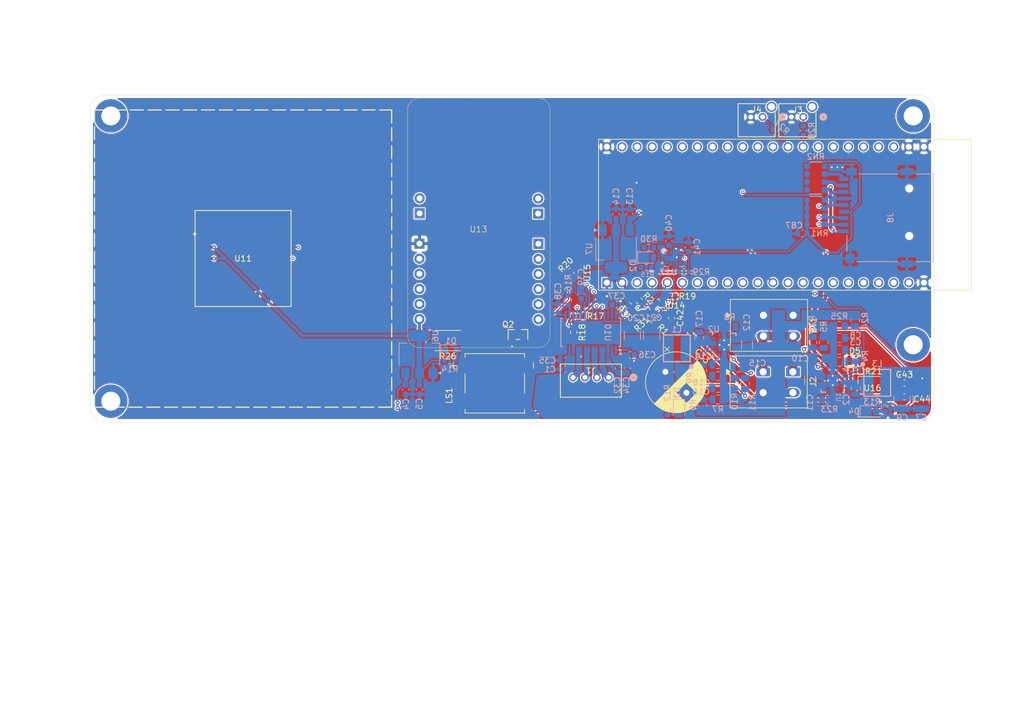
<source format=kicad_pcb>
(kicad_pcb (version 20241229) (generator "pcbnew") (generator_version "9.0")
  (layers (0 "F.Cu" signal) (4 "In1.Cu" signal) (6 "In2.Cu" signal) (2 "B.Cu" signal) (13 "F.Paste" user) (15 "B.Paste" user) (5 "F.SilkS" user "F.Silkscreen") (7 "B.SilkS" user "B.Silkscreen") (1 "F.Mask" user) (3 "B.Mask" user) (25 "Edge.Cuts" user))
  (net 0 "")
  (net 1 "SCL")
  (net 2 "SDA")
  (net 3 "SCK3")
  (net 4 "Net-(U10-VCP)")
  (net 5 "CS3")
  (net 6 "Net-(U10-CPL)")
  (net 7 "Net-(U10-CPH)")
  (net 8 "DO3")
  (net 9 "Net-(C2-Pad1)")
  (net 10 "Net-(U10-DVDD)")
  (net 11 "Net-(U1-BOOT)")
  (net 12 "Net-(D5-A)")
  (net 13 "Net-(U10-NFAULT)")
  (net 14 "DI3")
  (net 15 "Net-(U10-VREF)")
  (net 26 "+3.3V")
  (net 27 "RX")
  (net 28 "TX")
  (net 29 "B2")
  (net 30 "B1")
  (net 31 "A2")
  (net 32 "A1")
  (net 33 "DIR")
  (net 34 "STEP")
  (net 39 "CS2")
  (net 41 "DO2")
  (net 43 "DI2")
  (net 44 "SCK2")
  (net 49 "CS3_S")
  (net 53 "Net-(J3-Pad1)")
  (net 54 "+12V")
  (net 55 "Net-(C3-Pad2)")
  (net 56 "Net-(U1-COMP)")
  (net 57 "Net-(U1-SS_TR)")
  (net 58 "Net-(U2-SS_TR)")
  (net 59 "Net-(C17-Pad1)")
  (net 60 "Net-(U2-BOOT)")
  (net 61 "Net-(C18-Pad2)")
  (net 62 "Net-(U2-COMP)")
  (net 63 "Net-(U1-VSENSE)")
  (net 64 "Net-(U2-EN)")
  (net 65 "Net-(D1-A)")
  (net 66 "Net-(D2-A)")
  (net 67 "Net-(D3-A)")
  (net 68 "Net-(D4-A)")
  (net 81 "Net-(BT1--)")
  (net 82 "ENABLE_STP")
  (net 83 "Net-(U2-RT_CLK)")
  (net 84 "Net-(U2-VSENSE)")
  (net 85 "Net-(U1-RT_CLK)")
  (net 86 "Net-(U1-EN)")
  (net 89 "GND")
  (net 90 "+BATT")
  (net 91 "Net-(LS1-PadLOAD+)")
  (net 92 "Buzzer_Logic")
  (net 93 "Net-(J4-Pad1)")
  (net 95 "Net-(U12-CS)")
  (net 96 "Net-(U12-SDO{slash}SA0)")
  (net 97 "SWITCH_1")
  (net 98 "SWITCH_2")
  (net 99 "Net-(U14-~{CS})")
  (net 100 "Net-(Q2-D)")
  (net 101 "Net-(Q2-G)")
  (net 102 "Net-(U14-SA0)")
  (net 103 "IMU_INT_2")
  (net 104 "IMU_INT_1")
  (net 105 "PS_INT")
  (net 107 "Net-(J8-PadCD)")
  (net 108 "Net-(J8-DAT2)")
  (net 109 "Net-(J8-DAT1)")
  (footprint "MountingHole:MountingHole_3.2mm_M3_DIN965_Pad_TopBottom" (layer "F.Cu") (at 64 53.5)
    (property "Reference" "REF**" (hide yes))
    (property "Value" "MountingHole_3.2mm_M3_DIN965_Pad_TopBottom")
  )
  (footprint "SMT-1027-S-HT-2-R:XDCR_SMT-1027-S-HT-2-R" (layer "F.Cu") (at 128.6 98.5 90)
    (property "Reference" "LS1")
    (property "Value" "SMT-1027-S-HT-2-R")
  )
  (footprint "MountingHole:MountingHole_3.2mm_M3_DIN965_Pad_TopBottom" (layer "F.Cu") (at 64 101.5)
    (property "Reference" "REF**" (hide yes))
    (property "Value" "MountingHole_3.2mm_M3_DIN965_Pad_TopBottom")
  )
  (footprint "SAM_M10Q_UBL:SAM-M10Q_UBL" (layer "F.Cu") (at 86.25 77.5)
    (property "Reference" "U11")
    (property "Value" "SAM-M10Q-00B")
  )
  (footprint "Resistor_SMD:R_2512_6332Metric" (layer "F.Cu") (at 120.6875 91.3 180)
    (property "Reference" "R26")
    (property "Value" "20 Ohm")
  )
  (footprint "HC-12_ARC-link:HC-12 ARC-link" (layer "F.Cu") (at 125.86 73.075)
    (property "Reference" "U13")
    (property "Value" "~")
  )
  (footprint "Capacitor_SMD:C_0603_1608Metric" (layer "F.Cu") (at 141.548008 79.551992 45)
    (property "Reference" "R20")
    (property "Value" "1 kOhm")
  )
  (footprint "Capacitor_THT:CP_Radial_D10.0mm_P5.00mm" (layer "F.Cu") (at 157.307233 96.553546 -45)
    (property "Reference" "C33")
    (property "Value" "100 uF")
  )
  (footprint "LED_SMD:LED_0805_2012Metric" (layer "F.Cu") (at 189.187501 94.704963)
    (property "Reference" "D5")
    (property "Value" "GREEN LED")
  )
  (footprint "Resistor_SMD:R_0603_1608Metric" (layer "F.Cu") (at 152.933363 84.633363 135)
    (property "Reference" "R2")
    (property "Value" "4.7 kOhm")
  )
  (footprint "Resistor_SMD:R_0603_1608Metric" (layer "F.Cu") (at 155.233363 87.783363 -45)
    (property "Reference" "R1")
    (property "Value" "10 kOhm")
  )
  (footprint "Capacitor_SMD:C_0603_1608Metric" (layer "F.Cu") (at 197.524999 100.754961)
    (property "Reference" "C44")
    (property "Value" "4.7 uF")
  )
  (footprint "MountingHole:MountingHole_3.2mm_M3_DIN965_Pad_TopBottom" (layer "F.Cu") (at 199 92)
    (property "Reference" "REF**" (hide yes))
    (property "Value" "MountingHole_3.2mm_M3_DIN965_Pad_TopBottom")
  )
  (footprint "Package_TO_SOT_SMD:SOT-223-3_TabPin2" (layer "F.Cu") (at 191.624999 100.742461 180)
    (property "Reference" "U16")
    (property "Value" "LD1117S33TR_SOT223")
  )
  (footprint "Capacitor_SMD:C_0603_1608Metric" (layer "F.Cu") (at 158.35 87.525 90)
    (property "Reference" "C42")
    (property "Value" "100 nF")
  )
  (footprint "Resistor_SMD:R_0603_1608Metric" (layer "F.Cu") (at 142.65 87.225 180)
    (property "Reference" "R17")
    (property "Value" "REF")
  )
  (footprint "TerminalBlock_WAGO:TerminalBlock_WAGO_2601-3102_1x02_P3.50mm_Vertical" (layer "F.Cu") (at 173.7575 96.56 -90)
    (property "Reference" "J2")
    (property "Value" "Conn_02x01")
  )
  (footprint "Capacitor_SMD:C_0603_1608Metric" (layer "F.Cu") (at 197.524999 98.454959)
    (property "Reference" "C43")
    (property "Value" "1 uF")
  )
  (footprint "GSFC0201:SOT-23_GSFC0201_GAS" (layer "F.Cu") (at 132.5 90.2767)
    (property "Reference" "Q2")
    (property "Value" "NMOS")
  )
  (footprint "Resistor_SMD:R_0603_1608Metric" (layer "F.Cu") (at 158.125 83.85)
    (property "Reference" "R19")
    (property "Value" "4.7 kOhm")
  )
  (footprint "TerminalBlock_WAGO:TerminalBlock_WAGO_2601-3102_1x02_P3.50mm_Vertical" (layer "F.Cu") (at 173.8 87.05 -90)
    (property "Reference" "BT1")
    (property "Value" "Battery")
  )
  (footprint "ESP32_N8R*:ESP32-S3-DEVKITC-1-N8R8" (layer "F.Cu") (at 177.43 70.13 90)
    (property "Reference" "U15")
    (property "Value" "ESP32-S3-DEVKITC-1-N8R8")
  )
  (footprint "B02B-PASK-1:CONN_B02B-PASK-1_JST" (layer "F.Cu") (at 180.51275 53.67115)
    (property "Reference" "J3")
    (property "Value" "B02B-PASK-1")
  )
  (footprint "Resistor_SMD:R_0603_1608Metric" (layer "F.Cu") (at 189.3 96.404958 180)
    (property "Reference" "R21")
    (property "Value" "120 Ohm")
  )
  (footprint "Resistor_SMD:R_0603_1608Metric" (layer "F.Cu") (at 151.091637 85.391637 135)
    (property "Reference" "R3")
    (property "Value" "10k")
  )
  (footprint "B04B-PASK:CONN_B04B-PASK_JST" (layer "F.Cu") (at 147.768099 97.504299 180)
    (property "Reference" "J1")
    (property "Value" "Conn_01x04_Pin")
  )
  (footprint "MountingHole:MountingHole_3.2mm_M3_DIN965_Pad_TopBottom" (layer "F.Cu") (at 199 53.5)
    (property "Reference" "REF**" (hide yes))
    (property "Value" "MountingHole_3.2mm_M3_DIN965_Pad_TopBottom")
  )
  (footprint "B02B-PASK-1:CONN_B02B-PASK-1_JST" (layer "F.Cu") (at 173.66275 53.67115)
    (property "Reference" "J4")
    (property "Value" "B02B-PASK-1")
  )
  (footprint "Resistor_SMD:R_0603_1608Metric" (layer "F.Cu") (at 152.316637 87.533363 -135)
    (property "Reference" "R31")
    (property "Value" "10 kOhm")
  )
  (footprint "Resistor_SMD:R_0603_1608Metric" (layer "F.Cu") (at 141.875002 89.9295 -90)
    (property "Reference" "R18")
    (property "Value" "REF")
  )
  (footprint "Package_LGA:ST_HLGA-10_2x2mm_P0.5mm_LayoutBorder3x2y" (layer "F.Cu") (at 156.072499 85.824999 -135)
    (property "Reference" "U14")
    (property "Value" "LPS22HH")
  )
  (footprint "Resistor_SMD:R_Array_Convex_4x1206" (layer "B.Cu") (at 182.6 69.7)
    (property "Reference" "RN1")
    (property "Value" "CAY16-4702F4LF")
  )
  (footprint "Capacitor_SMD:C_0805_2012Metric" (layer "B.Cu") (at 183.130794 94.304958 180)
    (property "Reference" "C10")
    (property "Value" "4.7 uF")
  )
  (footprint "Capacitor_SMD:C_1210_3225Metric" (layer "B.Cu") (at 154.998396 90.407193 -90)
    (property "Reference" "C21")
    (property "Value" "47.0 uF")
  )
  (footprint "Capacitor_SMD:C_0603_1608Metric" (layer "B.Cu") (at 140.4 96.141998 180)
    (property "Reference" "C1")
    (property "Value" "0.01 uF")
  )
  (footprint "Resistor_SMD:R_0805_2012Metric" (layer "B.Cu") (at 183.93079 91.61746 90)
    (property "Reference" "R5")
    (property "Value" "10.0 kOhm")
  )
  (footprint "Resistor_SMD:R_0805_2012Metric" (layer "B.Cu") (at 168.823396 98.544694 -90)
    (property "Reference" "R10")
    (property "Value" "10.0 kOhm")
  )
  (footprint "Resistor_SMD:R_0805_2012Metric" (layer "B.Cu") (at 189.230791 87.942458 -90)
    (property "Reference" "R24")
    (property "Value" "105.0 kOhm")
  )
  (footprint "Resistor_SMD:R_Array_Convex_4x1206" (layer "B.Cu") (at 182.6 63.96)
    (property "Reference" "RN2")
    (property "Value" "CAY16-4702F4LF")
  )
  (footprint "LED_SMD:LED_0805_2012Metric" (layer "B.Cu") (at 121.212501 92.975)
    (property "Reference" "D1")
    (property "Value" "GREEN LED")
  )
  (footprint "Capacitor_SMD:C_0603_1608Metric" (layer "B.Cu") (at 180.325 73.3 180)
    (property "Reference" "C87")
    (property "Value" "1uF")
  )
  (footprint "74439324015:WE-XHMI_4030" (layer "B.Cu") (at 192.943292 98.404959 -90)
    (property "Reference" "L3")
    (property "Value" "1.5 uH")
  )
  (footprint "Capacitor_SMD:C_0603_1608Metric" (layer "B.Cu") (at 139.274999 85.892 90)
    (property "Reference" "C38")
    (property "Value" "1 uF")
  )
  (footprint "Resistor_SMD:R_0603_1608Metric" (layer "B.Cu") (at 157.63934 102.973226 90)
    (property "Reference" "R12")
    (property "Value" "1 kOhm")
  )
  (footprint "Resistor_SMD:R_0603_1608Metric" (layer "B.Cu") (at 121.025 94.65 180)
    (property "Reference" "R14")
    (property "Value" "120 Ohm")
  )
  (footprint "Capacitor_SMD:C_0805_2012Metric" (layer "B.Cu") (at 186.581664 90.867419)
    (property "Reference" "C8")
    (property "Value" "2.2 nF")
  )
  (footprint "Resistor_SMD:R_0805_2012Metric" (layer "B.Cu") (at 168.135896 88.982194 180)
    (property "Reference" "R8")
    (property "Value" "28.7 kOhm")
  )
  (footprint "Resistor_SMD:R_0603_1608Metric" (layer "B.Cu") (at 154.1 79 180)
    (property "Reference" "R15")
    (property "Value" "120 Ohm")
  )
  (footprint "RHL0014A:RHL0014A" (layer "B.Cu") (at 167.198314 92.032111 180)
    (property "Reference" "U2")
    (property "Value" "TPS54622RHLR")
  )
  (footprint "Capacitor_SMD:C_0805_2012Metric" (layer "B.Cu") (at 186.568331 94.867417)
    (property "Reference" "C6")
    (property "Value" "47.0 pF")
  )
  (footprint "Capacitor_SMD:C_1210_3225Metric" (layer "B.Cu") (at 197.130631 101.285036 90)
    (property "Reference" "C9")
    (property "Value" "47.0 uF")
  )
  (footprint "Capacitor_SMD:C_0603_1608Metric" (layer "B.Cu") (at 149 69.975 90)
    (property "Reference" "C14")
    (property "Value" "4.7 uF")
  )
  (footprint "DRV8434SPWPR:PWP0028M_TEX" (layer "B.Cu") (at 144.75 89.946 90)
    (property "Reference" "U10")
    (property "Value" "DRV8452SPWPR")
  )
  (footprint "Capacitor_SMD:C_0603_1608Metric" (layer "B.Cu") (at 149.1 85.242 180)
    (property "Reference" "C37")
    (property "Value" "0.1 uF")
  )
  (footprint "Capacitor_SMD:C_0603_1608Metric" (layer "B.Cu") (at 157.9 74.525 -90)
    (property "Reference" "C40")
    (property "Value" "100 nF")
  )
  (footprint "Resistor_SMD:R_0603_1608Metric" (layer "B.Cu") (at 140.949999 84.516997 90)
    (property "Reference" "R16")
    (property "Value" "10k")
  )
  (footprint "Capacitor_SMD:C_0603_1608Metric" (layer "B.Cu") (at 150.9 95.95 -90)
    (property "Reference" "C34")
    (property "Value" "0.01 uF")
  )
  (footprint "Capacitor_SMD:C_0603_1608Metric" (layer "B.Cu") (at 143.150004 83.5045 90)
    (property "Reference" "C39")
    (property "Value" "0.1 uF")
  )
  (footprint "Capacitor_SMD:C_1210_3225Metric" (layer "B.Cu") (at 200.330793 101.279954 90)
    (property "Reference" "C7")
    (property "Value" "47.0 uF")
  )
  (footprint "Capacitor_SMD:C_1206_3216Metric" (layer "B.Cu") (at 171.023398 92.032191 -90)
    (property "Reference" "C12")
    (property "Value" "4.7 uF")
  )
  (footprint "Capacitor_SMD:C_0805_2012Metric" (layer "B.Cu") (at 166.148397 97.282193 180)
    (property "Reference" "C18")
    (property "Value" "1.5 nF")
  )
  (footprint "RHL0014A:RHL0014A" (layer "B.Cu") (at 185.455789 98.004959)
    (property "Reference" "U1")
    (property "Value" "TPS54622RHLR")
  )
  (footprint "Capacitor_SMD:C_0805_2012Metric" (layer "B.Cu") (at 186.574999 92.86742)
    (property "Reference" "C3")
    (property "Value" "1.5 nF")
  )
  (footprint "Resistor_SMD:R_0603_1608Metric" (layer "B.Cu") (at 194.2 102.4 90)
    (property "Reference" "R13")
    (property "Value" "1 kOhm")
  )
  (footprint "LED_SMD:LED_0805_2012Metric" (layer "B.Cu") (at 159.588853 102.848729 -90)
    (property "Reference" "D3")
    (property "Value" "GREEN LED")
  )
  (footprint "Capacitor_SMD:C_0603_1608Metric" (layer "B.Cu") (at 151.3 69.975 90)
    (property "Reference" "C13")
    (property "Value" "1 uF")
  )
  (footprint "Capacitor_SMD:C_0805_2012Metric" (layer "B.Cu") (at 162.998397 90.832192 90)
    (property "Reference" "C17")
    (property "Value" "100 nF")
  )
  (footprint "Capacitor_SMD:C_0603_1608Metric" (layer "B.Cu") (at 161.2 75.575 90)
    (property "Reference" "C41")
    (property "Value" "100 nF")
  )
  (footprint "Capacitor_SMD:C_0603_1608Metric" (layer "B.Cu") (at 151.325 93.7 180)
    (property "Reference" "C36")
    (property "Value" "1 uF")
  )
  (footprint "Resistor_SMD:R_0805_2012Metric" (layer "B.Cu") (at 184.543291 101.254958)
    (property "Reference" "R23")
    (property "Value" "28.7 kOhm")
  )
  (footprint "Capacitor_SMD:C_1206_3216Metric" (layer "B.Cu") (at 181.648395 97.957195 90)
    (property "Reference" "C11")
    (property "Value" "4.7 uF")
  )
  (footprint "Package_TO_SOT_SMD:SOT-223-3_TabPin2" (layer "B.Cu") (at 149 75.850001 -90)
    (property "Reference" "U7")
    (property "Value" "LD1117S33TR_SOT223")
  )
  (footprint "Resistor_SMD:R_0805_2012Metric" (layer "B.Cu") (at 186.568331 88.867418 180)
    (property "Reference" "R25")
    (property "Value" "37.4 kOhm")
  )
  (footprint "Capacitor_SMD:C_0603_1608Metric" (layer "B.Cu") (at 115.909987 99.56 -90)
    (property "Reference" "C5")
    (property "Value" "4.7 uF")
  )
  (footprint "MSD-4-A:CUI_MSD-4-A" (layer "B.Cu") (at 195.0875 70.65 -90)
    (property "Reference" "J8")
    (property "Value" "MSD-4-A")
  )
  (footprint "Capacitor_SMD:C_0603_1608Metric" (layer "B.Cu") (at 175.901992 56.351992 135)
    (property "Reference" "R27")
    (property "Value" "3.3 kOhm")
  )
  (footprint "Resistor_SMD:R_0805_2012Metric" (layer "B.Cu") (at 170.723399 98.544692 -90)
    (property "Reference" "R11")
    (property "Value" "191.0 kOhm")
  )
  (footprint "Capacitor_SMD:C_0603_1608Metric" (layer "B.Cu") (at 113.609987 99.56 -90)
    (property "Reference" "C4")
    (property "Value" "1 uF")
  )
  (footprint "Resistor_SMD:R_0805_2012Metric" (layer "B.Cu") (at 182.030791 91.592459 90)
    (property "Reference" "R22")
    (property "Value" "191.0 kOhm")
  )
  (footprint "Capacitor_SMD:C_0603_1608Metric" (layer "B.Cu") (at 180.5 55.975 90)
    (property "Reference" "R28")
    (property "Value" "3.3 kOhm")
  )
  (footprint "Resistor_SMD:R_0805_2012Metric" (layer "B.Cu") (at 163.498398 102.119694 90)
    (property "Reference" "R6")
    (property "Value" "105.0 kOhm")
  )
  (footprint "Capacitor_SMD:C_1210_3225Metric" (layer "B.Cu") (at 151.748396 90.407193 -90)
    (property "Reference" "C20")
    (property "Value" "47.0 uF")
  )
  (footprint "Capacitor_SMD:C_0603_1608Metric" (layer "B.Cu") (at 140.399998 94.667 180)
    (property "Reference" "C35")
    (property "Value" "0.01 uF")
  )
  (footprint "Package_TO_SOT_SMD:SOT-223-3_TabPin2" (layer "B.Cu") (at 115.909987 93.635 90)
    (property "Reference" "U6")
    (property "Value" "LD1117S33TR_SOT223")
  )
  (footprint "Resistor_SMD:R_0603_1608Metric" (layer "B.Cu") (at 154.525 75.65 180)
    (property "Reference" "R30")
    (property "Value" "10 kOhm")
  )
  (footprint "Resistor_SMD:R_0805_2012Metric" (layer "B.Cu") (at 166.135896 101.207192)
    (property "Reference" "R7")
    (property "Value" "37.4 kOhm")
  )
  (footprint "Capacitor_SMD:C_0603_1608Metric" (layer "B.Cu") (at 149.400001 95.949999 -90)
    (property "Reference" "C32")
    (property "Value" "0.01 uF")
  )
  (footprint "LED_SMD:LED_0805_2012Metric" (layer "B.Cu") (at 191.762501 103.225)
    (property "Reference" "D4")
    (property "Value" "GREEN LED")
  )
  (footprint "Capacitor_SMD:C_0805_2012Metric" (layer "B.Cu") (at 169.573396 95.857191)
    (property "Reference" "C15")
    (property "Value" "4.7 uF")
  )
  (footprint "LED_SMD:LED_0805_2012Metric" (layer "B.Cu") (at 154.312499 77.325)
    (property "Reference" "D2")
    (property "Value" "GREEN LED")
  )
  (footprint "Package_LGA:LGA-14_3x2.5mm_P0.5mm_LayoutBorder3x4y" (layer "B.Cu") (at 158.7275 77.5)
    (property "Reference" "U12")
    (property "Value" "LSM6DS3")
  )
  (footprint "Capacitor_SMD:C_0805_2012Metric" (layer "B.Cu") (at 189.330792 99.354956 -90)
    (property "Reference" "C2")
    (property "Value" "100 nF")
  )
  (footprint "Resistor_SMD:R_0603_1608Metric" (layer "B.Cu") (at 160.425 79.75)
    (property "Reference" "R29")
    (property "Value" "10 kOhm")
  )
  (footprint "Capacitor_SMD:C_0805_2012Metric" (layer "B.Cu") (at 166.148396 95.282191 180)
    (property "Reference" "C19")
    (property "Value" "47.0 pF")
  )
  (footprint "Resistor_SMD:R_0805_2012Metric" (layer "B.Cu") (at 189.28079 93.892456 90)
    (property "Reference" "R4")
    (property "Value" "9.76 kOhm")
  )
  (footprint "Capacitor_SMD:C_0805_2012Metric" (layer "B.Cu") (at 166.148398 99.257191 180)
    (property "Reference" "C16")
    (property "Value" "2.2 nF")
  )
  (footprint "74439324015:WE-XHMI_4030" (layer "B.Cu") (at 159.2375 92.6 90)
    (property "Reference" "L1")
    (property "Value" "1.5 uH")
  )
  (footprint "Resistor_SMD:R_0805_2012Metric" (layer "B.Cu") (at 163.498398 96.294694 -90)
    (property "Reference" "R9")
    (property "Value" "9.76 kOhm")
  )
  (gr_rect (start 61.25 52.5) (end 111.25 102.5) (stroke (width 0.2) (type dash)) (fill no) (layer "F.SilkS"))
  (gr_line (start 202.5 52.5) (end 202.5 102.5) (stroke (width 0.05)) (layer "Edge.Cuts"))
  (gr_arc (start 63 105) (mid 61.232233 104.267767) (end 60.5 102.5) (stroke (width 0.05)) (layer "Edge.Cuts"))
  (gr_arc (start 60.5 52.5) (mid 61.232233 50.732233) (end 63 50) (stroke (width 0.05)) (layer "Edge.Cuts"))
  (gr_arc (start 200 50) (mid 201.767767 50.732233) (end 202.5 52.5) (stroke (width 0.05)) (layer "Edge.Cuts"))
  (gr_line (start 60.5 102.5) (end 60.5 52.5) (stroke (width 0.05)) (layer "Edge.Cuts"))
  (gr_line (start 63 50) (end 200 50) (stroke (width 0.05)) (layer "Edge.Cuts"))
  (gr_line (start 200 105) (end 63 105) (stroke (width 0.05)) (layer "Edge.Cuts"))
  (gr_arc (start 202.5 102.5) (mid 201.767767 104.267767) (end 200 105) (stroke (width 0.05)) (layer "Edge.Cuts"))
  (segment (start 157.3 84.243944) (end 156.434891 85.109053) (width 0.2) (layer "F.Cu") (net 1))
  (segment (start 157.62 81.56) (end 157.3 81.88) (width 0.2) (layer "F.Cu") (net 1))
  (segment (start 157.3 84.35) (end 157.3 83.85) (width 0.2) (layer "F.Cu") (net 1))
  (segment (start 157.75 84.8) (end 157.3 84.35) (width 0.2) (layer "F.Cu") (net 1))
  (segment (start 157.3 81.88) (end 157.3 84.243944) (width 0.2) (layer "F.Cu") (net 1))
  (via (at 157.75 84.8) (size 0.6) (drill 0.3) (layers "F.Cu" "B.Cu") (net 1))
  (segment (start 158.7275 78.4125) (end 158.7275 83.8225) (width 0.2) (layer "B.Cu") (net 1))
  (segment (start 158.7275 83.8225) (end 157.75 84.8) (width 0.2) (layer "B.Cu") (net 1))
  (segment (start 153.7 85.4) (end 154.74953 85.4) (width 0.2) (layer "F.Cu") (net 2))
  (segment (start 155.08 83.653452) (end 155.08 81.56) (width 0.2) (layer "F.Cu") (net 2))
  (segment (start 155.295901 85.138909) (end 155.488076 85.331084) (width 0.2) (layer "F.Cu") (net 2))
  (segment (start 154.74953 85.4) (end 155.010621 85.138909) (width 0.2) (layer "F.Cu") (net 2))
  (segment (start 152.735804 85.833436) (end 152.916564 85.833436) (width 0.2) (layer "F.Cu") (net 2))
  (segment (start 153.516726 85.216726) (end 153.7 85.4) (width 0.2) (layer "F.Cu") (net 2))
  (segment (start 153.516726 85.216726) (end 155.08 83.653452) (width 0.2) (layer "F.Cu") (net 2))
  (segment (start 152.916564 85.833436) (end 153.516726 85.233274) (width 0.2) (layer "F.Cu") (net 2))
  (segment (start 155.010621 85.138909) (end 155.295901 85.138909) (width 0.2) (layer "F.Cu") (net 2))
  (segment (start 155.488076 85.331084) (end 155.53333 85.28583) (width 0.2) (layer "F.Cu") (net 2))
  (segment (start 153.516726 85.233274) (end 153.516726 85.216726) (width 0.2) (layer "F.Cu") (net 2))
  (via (at 152.735804 85.833436) (size 0.6) (drill 0.3) (layers "F.Cu" "B.Cu") (net 2))
  (segment (start 152.735804 85.833436) (end 153.866564 85.833436) (width 0.2) (layer "B.Cu") (net 2))
  (segment (start 156.35 83.35) (end 156.35 80.290001) (width 0.2) (layer "B.Cu") (net 2))
  (segment (start 156.35 80.290001) (end 158.227501 78.4125) (width 0.2) (layer "B.Cu") (net 2))
  (segment (start 153.866564 85.833436) (end 156.35 83.35) (width 0.2) (layer "B.Cu") (net 2))
  (via (at 183.15 68.675) (size 0.6) (drill 0.3) (layers "F.Cu" "B.Cu") (net 3))
  (via (at 145.3 83.075) (size 0.6) (drill 0.3) (layers "F.Cu" "B.Cu") (net 3))
  (segment (start 145.3 83.178328) (end 145.289164 83.189164) (width 0.3) (layer "B.Cu") (net 3))
  (segment (start 145.074005 84.734846) (end 145.074003 85.274155) (width 0.3) (layer "B.Cu") (net 3))
  (segment (start 145.074003 85.274155) (end 145.075002 85.275154) (width 0.3) (layer "B.Cu") (net 3))
  (segment (start 145.289164 83.189164) (end 145.289164 84.519687) (width 0.3) (layer "B.Cu") (net 3))
  (segment (start 145.075002 85.275154) (end 145.075002 87.025) (width 0.3) (layer "B.Cu") (net 3))
  (segment (start 183.735 68.675) (end 184.1 69.04) (width 0.3) (layer "B.Cu") (net 3))
  (segment (start 145.3 83.075) (end 145.3 83.178328) (width 0.3) (layer "B.Cu") (net 3))
  (segment (start 184.3475 69.04) (end 184.888147 68.499353) (width 0.5) (layer "B.Cu") (net 3))
  (segment (start 184.888147 68.499353) (end 187.336853 68.499353) (width 0.5) (layer "B.Cu") (net 3))
  (segment (start 184.1 69.04) (end 184.3475 69.04) (width 0.5) (layer "B.Cu") (net 3))
  (segment (start 183.15 68.675) (end 183.735 68.675) (width 0.3) (layer "B.Cu") (net 3))
  (segment (start 145.289164 84.519687) (end 145.074005 84.734846) (width 0.3) (layer "B.Cu") (net 3))
  (segment (start 187.336853 68.499353) (end 187.3375 68.5) (width 0.5) (layer "B.Cu") (net 3))
  (segment (start 148.975002 92.867001) (end 149.574999 92.867001) (width 0.3) (layer "B.Cu") (net 4))
  (segment (start 151.267001 92.867001) (end 149.574999 92.867001) (width 0.3) (layer "B.Cu") (net 4))
  (segment (start 152.1 93.7) (end 151.267001 92.867001) (width 0.3) (layer "B.Cu") (net 4))
  (via (at 183.2 71.7) (size 0.6) (drill 0.3) (layers "F.Cu" "B.Cu") (net 5))
  (segment (start 184.199353 71.799353) (end 184.1 71.7) (width 0.5) (layer "B.Cu") (net 5))
  (segment (start 187.336853 71.799353) (end 184.199353 71.799353) (width 0.5) (layer "B.Cu") (net 5))
  (segment (start 187.3375 71.8) (end 187.336853 71.799353) (width 0.5) (layer "B.Cu") (net 5))
  (segment (start 184.1 71.7) (end 183.2 71.7) (width 0.5) (layer "B.Cu") (net 5))
  (segment (start 148.324999 87.025) (end 148.324999 85.242) (width 0.3) (layer "B.Cu") (net 6))
  (segment (start 149.874999 86.125001) (end 148.975 87.025) (width 0.3) (layer "B.Cu") (net 7))
  (segment (start 149.874999 85.242) (end 149.874999 86.125001) (width 0.3) (layer "B.Cu") (net 7))
  (via (at 144.150003 81.854501) (size 0.6) (drill 0.3) (layers "F.Cu" "B.Cu") (net 8))
  (via (at 170.3 66.325) (size 0.6) (drill 0.3) (layers "F.Cu" "B.Cu") (net 8))
  (segment (start 144.150003 81.854501) (end 144.000003 82.004501) (width 0.3) (layer "B.Cu") (net 8))
  (segment (start 185.500647 66.299353) (end 187.336853 66.299353) (width 0.5) (layer "B.Cu") (net 8))
  (segment (start 144.000003 84.725322) (end 143.675002 85.050323) (width 0.3) (layer "B.Cu") (net 8))
  (segment (start 184.1 67.7) (end 183.2 66.8) (width 0.3) (layer "B.Cu") (net 8))
  (segment (start 170.775 66.8) (end 170.3 66.325) (width 0.3) (layer "B.Cu") (net 8))
  (segment (start 143.675002 85.050323) (end 143.675004 86.924999) (width 0.3) (layer "B.Cu") (net 8))
  (segment (start 143.675004 86.924999) (end 143.775003 87.025) (width 0.3) (layer "B.Cu") (net 8))
  (segment (start 183.2 66.8) (end 170.775 66.8) (width 0.3) (layer "B.Cu") (net 8))
  (segment (start 144.000003 82.004501) (end 144.000003 84.725322) (width 0.3) (layer "B.Cu") (net 8))
  (segment (start 187.336853 66.299353) (end 187.3375 66.3) (width 0.5) (layer "B.Cu") (net 8))
  (segment (start 184.1 67.7) (end 185.500647 66.299353) (width 0.5) (layer "B.Cu") (net 8))
  (segment (start 140.949999 83.692) (end 140.124 84.517999) (width 0.3) (layer "B.Cu") (net 10))
  (segment (start 140.124 85.818) (end 139.275 86.666999) (width 0.3) (layer "B.Cu") (net 10))
  (segment (start 139.632999 87.024998) (end 139.275 86.666999) (width 0.3) (layer "B.Cu") (net 10))
  (segment (start 140.525001 87.025) (end 139.632999 87.024998) (width 0.3) (layer "B.Cu") (net 10))
  (segment (start 140.124 84.517999) (end 140.124 85.818) (width 0.3) (layer "B.Cu") (net 10))
  (segment (start 189.330791 100.304957) (end 188.40587 100.304957) (width 0.2) (layer "B.Cu") (net 11))
  (segment (start 188.40587 100.304957) (end 187.105788 99.004878) (width 0.2) (layer "B.Cu") (net 11))
  (segment (start 190.125 96.404958) (end 190.125 94.704965) (width 0.5) (layer "F.Cu") (net 12))
  (segment (start 190.125 94.704965) (end 190.125002 94.704963) (width 0.5) (layer "F.Cu") (net 12))
  (segment (start 141.175002 87.025) (end 141.175004 85.567001) (width 0.3) (layer "B.Cu") (net 13))
  (segment (start 141.175004 85.567001) (end 140.949999 85.341999) (width 0.3) (layer "B.Cu") (net 13))
  (via (at 183.2 70.525) (size 0.6) (drill 0.3) (layers "F.Cu" "B.Cu") (net 14))
  (via (at 144.775 82.4) (size 0.6) (drill 0.3) (layers "F.Cu" "B.Cu") (net 14))
  (segment (start 183.2 70.525) (end 183.935 70.525) (width 0.3) (layer "B.Cu") (net 14))
  (segment (start 183.935 70.525) (end 184.1 70.36) (width 0.3) (layer "B.Cu") (net 14))
  (segment (start 144.424999 85.008847) (end 144.425001 87.025) (width 0.3) (layer "B.Cu") (net 14))
  (segment (start 144.501003 84.932843) (end 144.424999 85.008847) (width 0.3) (layer "B.Cu") (net 14))
  (segment (start 187.465062 70.699353) (end 187.365709 70.6) (width 0.5) (layer "B.Cu") (net 14))
  (segment (start 144.775 82.604504) (end 144.501003 82.878501) (width 0.3) (layer "B.Cu") (net 14))
  (segment (start 187.365709 70.6) (end 184.34 70.6) (width 0.5) (layer "B.Cu") (net 14))
  (segment (start 144.501003 82.878501) (end 144.501003 84.932843) (width 0.3) (layer "B.Cu") (net 14))
  (segment (start 144.775 82.4) (end 144.775 82.604504) (width 0.3) (layer "B.Cu") (net 14))
  (segment (start 184.34 70.6) (end 184.1 70.36) (width 0.5) (layer "B.Cu") (net 14))
  (segment (start 141.075 87.975) (end 141.825 87.225) (width 0.3) (layer "F.Cu") (net 15))
  (segment (start 141.075 88.55) (end 141.075 87.975) (width 0.3) (layer "F.Cu") (net 15))
  (segment (start 141.875002 89.1045) (end 141.6295 89.1045) (width 0.3) (layer "F.Cu") (net 15))
  (segment (start 141.6295 89.1045) (end 141.075 88.55) (width 0.3) (layer "F.Cu") (net 15))
  (via (at 141.075 88.55) (size 0.7) (drill 0.3) (layers "F.Cu" "B.Cu") (net 15))
  (segment (start 141.825002 87.025) (end 141.825002 87.799998) (width 0.3) (layer "B.Cu") (net 15))
  (segment (start 141.825002 87.799998) (end 141.075 88.55) (width 0.3) (layer "B.Cu") (net 15))
  (segment (start 172.8 101.3) (end 159.434562 87.934562) (width 0.5) (layer "F.Cu") (net 26))
  (segment (start 143.475 86.804346) (end 143.475 87.225) (width 0.3) (layer "F.Cu") (net 26))
  (segment (start 188.475 96.404958) (end 188.475 100.742461) (width 0.5) (layer "F.Cu") (net 26))
  (segment (start 187.917461 101.3) (end 172.8 101.3) (width 0.5) (layer "F.Cu") (net 26))
  (segment (start 159.434562 86.55) (end 158.95 86.065438) (width 0.5) (layer "F.Cu") (net 26))
  (segment (start 158.125 86.55) (end 157.283452 86.55) (width 0.2) (layer "F.Cu") (net 26))
  (segment (start 150 81.560001) (end 150 81.7) (width 1) (layer "F.Cu") (net 26))
  (segment (start 147.46 82.819346) (end 143.475 86.804346) (width 0.3) (layer "F.Cu") (net 26))
  (segment (start 194.787496 100.754961) (end 196.75 100.754958) (width 0.75) (layer "F.Cu") (net 26))
  (segment (start 159.434562 87.934562) (end 159.434562 86.55) (width 0.5) (layer "F.Cu") (net 26))
  (segment (start 184.275 84.2) (end 181.22979 87.24521) (width 0.5) (layer "F.Cu") (net 26))
  (segment (start 159.434562 86.55) (end 158.125 86.55) (width 0.5) (layer "F.Cu") (net 26))
  (segment (start 150 81.7) (end 152.35 84.05) (width 0.5) (layer "F.Cu") (net 26))
  (segment (start 184.275 76.475) (end 184.275 84.2) (width 0.5) (layer "F.Cu") (net 26))
  (segment (start 115.92 87.69) (end 115.92 89.495) (width 0.5) (layer "F.Cu") (net 26))
  (segment (start 150.224 87.098943) (end 151.241783 88.116726) (width 0.2) (layer "F.Cu") (net 26))
  (segment (start 157.037607 85.462607) (end 157.585615 86.010615) (width 0.2) (layer "F.Cu") (net 26))
  (segment (start 156.788445 85.462607) (end 157.037607 85.462607) (width 0.2) (layer "F.Cu") (net 26))
  (segment (start 147.46 81.56) (end 147.46 82.819346) (width 0.3) (layer "F.Cu") (net 26))
  (segment (start 152.35 84.05) (end 150.224 86.176) (width 0.2) (layer "F.Cu") (net 26))
  (segment (start 115.92 89.495) (end 117.725 91.3) (width 0.5) (layer "F.Cu") (net 26))
  (segment (start 158.95 86.065438) (end 158.95 83.85) (width 0.5) (layer "F.Cu") (net 26))
  (segment (start 157.585615 86.010615) (end 158.125 86.55) (width 0.2) (layer "F.Cu") (net 26))
  (segment (start 79.649998 75.600001) (end 81.35 75.6) (width 0.5) (layer "F.Cu") (net 26))
  (segment (start 151.241783 88.116726) (end 151.733274 88.116726) (width 0.2) (layer "F.Cu") (net 26))
  (segment (start 157.283452 86.55) (end 155.616726 88.216726) (width 0.2) (layer "F.Cu") (net 26))
  (segment (start 156.965221 86.010615) (end 157.585615 86.010615) (width 0.2) (layer "F.Cu") (net 26))
  (segment (start 79.649998 77.5) (end 81.35 77.5) (width 0.5) (layer "F.Cu") (net 26))
  (segment (start 150.224 86.176) (end 150.224 87.098943) (width 0.2) (layer "F.Cu") (net 26))
  (segment (start 188.475 99.242215) (end 188.475 100.742461) (width 0.5) (layer "F.Cu") (net 26))
  (segment (start 181.22979 91.997005) (end 188.475 99.242215) (width 0.5) (layer "F.Cu") (net 26))
  (segment (start 181.22979 87.24521) (end 181.22979 91.997005) (width 0.5) (layer "F.Cu") (net 26))
  (segment (start 188.475 100.742461) (end 187.917461 101.3) (width 0.5) (layer "F.Cu") (net 26))
  (segment (start 188.474998 100.742462) (end 194.774997 100.742462) (width 0.75) (layer "F.Cu") (net 26))
  (via (at 81.35 75.6) (size 0.7) (drill 0.3) (layers "F.Cu" "B.Cu") (net 26))
  (via (at 184.275 76.475) (size 0.7) (drill 0.3) (layers "F.Cu" "B.Cu") (net 26))
  (via (at 81.35 77.5) (size 0.7) (drill 0.3) (layers "F.Cu" "B.Cu") (net 26))
  (segment (start 143.125 84.304503) (end 143.150005 84.279499) (width 0.3) (layer "B.Cu") (net 26))
  (segment (start 149 80.560001) (end 150 81.560001) (width 1) (layer "B.Cu") (net 26))
  (segment (start 149 79) (end 149 80.560001) (width 1) (layer "B.Cu") (net 26))
  (segment (start 83.25 77.5) (end 81.35 77.5) (width 0.5) (layer "B.Cu") (net 26))
  (segment (start 188.616062 74.108938) (end 188.616062 69.998353) (width 0.3) (layer "B.Cu") (net 26))
  (segment (start 118.044986 94.65) (end 115.909987 96.784999) (width 0.3) (layer "B.Cu") (net 26))
  (segment (start 190.016062 68.148352) (end 190.016062 61.948353) (width 0.3) (layer "B.Cu") (net 26))
  (segment (start 153.7 75.65) (end 154.476 74.874) (width 0.2) (layer "B.Cu") (net 26))
  (segment (start 143.150004 84.2795) (end 142.1 83.229496) (width 0.2) (layer "B.Cu") (net 26))
  (segment (start 161.2 76.35) (end 161.2 79.7) (width 0.2) (layer "B.Cu") (net 26))
  (segment (start 181.1 71.7) (end 181.1 67.7) (width 0.5) (layer "B.Cu") (net 26))
  (segment (start 189.226709 61.159) (end 181.901 61.159) (width 0.3) (layer "B.Cu") (net 26))
  (segment (start 115.909987 90.485001) (end 115.909987 96.784999) (width 1) (layer "B.Cu") (net 26))
  (segment (start 188.217061 69.599352) (end 187.338147 69.599352) (width 0.3) (layer "B.Cu") (net 26))
  (segment (start 186.25 76.475) (end 188.616062 74.108938) (width 0.3) (layer "B.Cu") (net 26))
  (segment (start 181.1 61.96) (end 181.1 65.96) (width 0.2) (layer "B.Cu") (net 26))
  (segment (start 181.901 61.159) (end 181.1 61.96) (width 0.3) (layer "B.Cu") (net 26))
  (segment (start 81.35 75.6) (end 83.25 77.5) (width 0.5) (layer "B.Cu") (net 26))
  (segment (start 187.338147 69.599352) (end 187.3375 69.599999) (width 0.3) (layer "B.Cu") (net 26))
  (segment (start 149 70.75) (end 149 72.700002) (width 0.75) (layer "B.Cu") (net 26))
  (segment (start 120.2 94.65) (end 118.044986 94.65) (width 0.3) (layer "B.Cu") (net 26))
  (segment (start 178.05 76.35) (end 161.2 76.35) (width 0.3) (layer "B.Cu") (net 26))
  (segment (start 181.1 73.3) (end 178.05 76.35) (width 0.3) (layer "B.Cu") (net 26))
  (segment (start 181.1 73.3) (end 184.275 76.475) (width 0.5) (layer "B.Cu") (net 26))
  (segment (start 160.8 76.75) (end 161.2 76.35) (width 0.2) (layer "B.Cu") (net 26))
  (segment (start 115.909987 90.485001) (end 115.909987 87.700013) (width 0.5) (layer "B.Cu") (net 26))
  (segment (start 160.15 75.3) (end 161.2 76.35) (width 0.2) (layer "B.Cu") (net 26))
  (segment (start 157.9 75.3) (end 160.15 75.3) (width 0.2) (layer "B.Cu") (net 26))
  (segment (start 187.338147 69.599352) (end 188.565062 69.599352) (width 0.3) (layer "B.Cu") (net 26))
  (segment (start 142.1 81.95) (end 145.05 79) (width 0.2) (layer "B.Cu") (net 26))
  (segment (start 181.1 71.7) (end 181.1 73.3) (width 0.5) (layer "B.Cu") (net 26))
  (segment (start 184.275 76.475) (end 186.25 76.475) (width 0.3) (layer "B.Cu") (net 26))
  (segment (start 158.227501 76.5875) (end 158.227501 75.627501) (width 0.2) (layer "B.Cu") (net 26))
  (segment (start 115.909987 98.785) (end 115.909987 96.784999) (width 0.75) (layer "B.Cu") (net 26))
  (segment (start 96.235001 90.485001) (end 115.909987 90.485001) (width 0.5) (layer "B.Cu") (net 26))
  (segment (start 149 72.700002) (end 149 79) (width 1) (layer "B.Cu") (net 26))
  (segment (start 190.016062 61.948353) (end 189.226709 61.159) (width 0.3) (layer "B.Cu") (net 26))
  (segment (start 153.275 79) (end 149 79) (width 0.3) (layer "B.Cu") (net 26))
  (segment (start 188.565062 69.599352) (end 190.016062 68.148352) (width 0.3) (layer "B.Cu") (net 26))
  (segment (start 143.125001 87.025) (end 143.125 84.304503) (width 0.3) (layer "B.Cu") (net 26))
  (segment (start 149 79) (end 149 80.02) (width 1) (layer "B.Cu") (net 26))
  (segment (start 154.476 74.874) (end 157.474 74.874) (width 0.2) (layer "B.Cu") (net 26))
  (segment (start 149 80.02) (end 147.46 81.56) (width 1) (layer "B.Cu") (net 26))
  (segment (start 159.890001 76.75) (end 160.8 76.75) (width 0.2) (layer "B.Cu") (net 26))
  (segment (start 161.2 79.7) (end 161.25 79.75) (width 0.2) (layer "B.Cu") (net 26))
  (segment (start 115.909987 87.700013) (end 115.92 87.69) (width 0.5) (layer "B.Cu") (net 26))
  (segment (start 188.616062 69.998353) (end 188.217061 69.599352) (width 0.3) (layer "B.Cu") (net 26))
  (segment (start 157.474 74.874) (end 157.9 75.3) (width 0.2) (layer "B.Cu") (net 26))
  (segment (start 158.227501 75.627501) (end 157.9 75.3) (width 0.2) (layer "B.Cu") (net 26))
  (segment (start 145.05 79) (end 149 79) (width 0.2) (layer "B.Cu") (net 26))
  (segment (start 142.1 83.229496) (end 142.1 81.95) (width 0.2) (layer "B.Cu") (net 26))
  (segment (start 83.25 77.5) (end 96.235001 90.485001) (width 0.5) (layer "B.Cu") (net 26))
  (segment (start 92.850002 77.5) (end 94.575 77.5) (width 0.3) (layer "F.Cu") (net 27))
  (via (at 94.6 77.475) (size 0.6) (drill 0.3) (layers "F.Cu" "B.Cu") (net 27))
  (segment (start 92.850002 75.600001) (end 95.525001 75.600001) (width 0.3) (layer "F.Cu") (net 28))
  (via (at 95.54038 75.61538) (size 0.6) (drill 0.3) (layers "F.Cu" "B.Cu") (net 28))
  (segment (start 144.100004 97.172394) (end 144.100004 92.866999) (width 1) (layer "B.Cu") (net 29))
  (segment (start 143.768099 97.504299) (end 144.100004 97.172394) (width 1) (layer "B.Cu") (net 29))
  (segment (start 141.768101 97.504299) (end 142.800004 96.472396) (width 1) (layer "B.Cu") (net 30))
  (segment (start 142.800004 96.472396) (end 142.800004 92.866999) (width 1) (layer "B.Cu") (net 30))
  (segment (start 145.7681 96.618094) (end 145.400003 96.249997) (width 1) (layer "B.Cu") (net 31))
  (segment (start 145.7681 97.504299) (end 145.7681 96.618094) (width 1) (layer "B.Cu") (net 31))
  (segment (start 145.400003 96.249997) (end 145.400003 92.866999) (width 1) (layer "B.Cu") (net 31))
  (segment (start 146.724 95.875524) (end 146.724 95.474) (width 1) (layer "B.Cu") (net 32))
  (segment (start 146.969099 96.120623) (end 146.724 95.875524) (width 1) (layer "B.Cu") (net 32))
  (segment (start 146.724 95.474) (end 146.700004 95.450004) (width 1) (layer "B.Cu") (net 32))
  (segment (start 146.700004 95.450004) (end 146.700004 92.866999) (width 1) (layer "B.Cu") (net 32))
  (segment (start 146.969099 96.705299) (end 146.969099 96.120623) (width 1) (layer "B.Cu") (net 32))
  (segment (start 147.768099 97.504299) (end 146.969099 96.705299) (width 1) (layer "B.Cu") (net 32))
  (via (at 146.7 85.575) (size 0.6) (drill 0.3) (layers "F.Cu" "B.Cu") (net 33))
  (segment (start 146.7 85.575) (end 146.575003 85.575) (width 0.3) (layer "B.Cu") (net 33))
  (segment (start 146.375002 85.775001) (end 146.375002 87.024998) (width 0.3) (layer "B.Cu") (net 33))
  (segment (start 146.575003 85.575) (end 146.375002 85.775001) (width 0.3) (layer "B.Cu") (net 33))
  (via (at 145.725 85.475) (size 0.6) (drill 0.3) (layers "F.Cu" "B.Cu") (net 34))
  (segment (start 145.725 85.475) (end 145.725 87.025) (width 0.3) (layer "B.Cu") (net 34))
  (via (at 142.475 85.729496) (size 0.6) (drill 0.3) (layers "F.Cu" "B.Cu") (net 49))
  (segment (start 142.475003 85.729499) (end 142.475003 87.025) (width 0.3) (layer "B.Cu") (net 49))
  (segment (start 142.475 85.729496) (end 142.475003 85.729499) (width 0.3) (layer "B.Cu") (net 49))
  (segment (start 180.51275 53.67115) (end 180.51275 55.18725) (width 0.2) (layer "B.Cu") (net 53))
  (segment (start 180.51275 55.18725) (end 180.5 55.2) (width 0.2) (layer "B.Cu") (net 53))
  (segment (start 150.588306 103.35) (end 151.439306 102.499) (width 0.3) (layer "F.Cu") (net 54))
  (segment (start 197.851782 102.499) (end 200.525 99.825782) (width 0.3) (layer "F.Cu") (net 54))
  (segment (start 178.201737 83.4) (end 176.8 81.998263) (width 0.3) (layer "F.Cu") (net 54))
  (segment (start 200.525 97.65) (end 200.525 97.6) (width 0.3) (layer "F.Cu") (net 54))
  (segment (start 165.218263 69.8) (end 152.85 69.8) (width 0.3) (layer "F.Cu") (net 54))
  (segment (start 168.866203 98.725) (end 170.723397 100.582194) (width 0.2) (layer "F.Cu") (net 54))
  (segment (start 153.591204 98.725) (end 168.866203 98.725) (width 0.2) (layer "F.Cu") (net 54))
  (segment (start 152.023798 94.725) (end 152.023798 97.157594) (width 0.2) (layer "F.Cu") (net 54))
  (segment (start 193.423999 102.499) (end 193.423999 102.366741) (width 0.3) (layer "F.Cu") (net 54))
  (segment (start 176.8 81.381737) (end 165.218263 69.8) (width 0.3) (layer "F.Cu") (net 54))
  (segment (start 196.125999 102.499) (end 197.851782 102.499) (width 0.3) (layer "F.Cu") (net 54))
  (segment (start 193.849279 101.941461) (end 195.700719 101.941461) (width 0.3) (layer "F.Cu") (net 54))
  (segment (start 194.787496 98.454956) (end 196.75 98.454956) (width 0.75) (layer "F.Cu") (net 54))
  (segment (start 182.45 83.4) (end 178.201737 83.4) (width 0.3) (layer "F.Cu") (net 54))
  (segment (start 189.334768 102.993461) (end 189.826 102.502229) (width 0.3) (layer "F.Cu") (net 54))
  (segment (start 196.749999 98.454959) (end 196.75 97.075) (width 0.5) (layer "F.Cu") (net 54))
  (segment (start 187.124 102.499) (end 187.124 102.502229) (width 0.3) (layer "F.Cu") (net 54))
  (segment (start 112.25 102.65) (end 112.95 103.35) (width 0.3) (layer "F.Cu") (net 54))
  (segment (start 195.700719 101.941461) (end 196.125999 102.366741) (width 0.3) (layer "F.Cu") (net 54))
  (segment (start 187.615232 102.993461) (end 189.334768 102.993461) (width 0.3) (layer "F.Cu") (net 54))
  (segment (start 196.125999 102.366741) (end 196.125999 102.499) (width 0.3) (layer "F.Cu") (net 54))
  (segment (start 191.106626 89.380791) (end 198.705792 96.979955) (width 0.2) (layer "F.Cu") (net 54))
  (segment (start 112.25 101.75) (end 112.25 102.65) (width 0.3) (layer "F.Cu") (net 54))
  (segment (start 200.525 99.825782) (end 200.525 97.65) (width 0.3) (layer "F.Cu") (net 54))
  (segment (start 189.826 102.499) (end 193.423999 102.499) (width 0.3) (layer "F.Cu") (net 54))
  (segment (start 151.439306 102.499) (end 187.124 102.499) (width 0.3) (layer "F.Cu") (net 54))
  (segment (start 152.023798 97.157594) (end 153.591204 98.725) (width 0.2) (layer "F.Cu") (net 54))
  (segment (start 189.826 102.502229) (end 189.826 102.499) (width 0.3) (layer "F.Cu") (net 54))
  (segment (start 193.423999 102.366741) (end 193.849279 101.941461) (width 0.3) (layer "F.Cu") (net 54))
  (segment (start 182.03079 89.380792) (end 191.106626 89.380791) (width 0.2) (layer "F.Cu") (net 54))
  (segment (start 112.95 103.35) (end 150.588306 103.35) (width 0.3) (layer "F.Cu") (net 54))
  (segment (start 176.8 81.998263) (end 176.8 81.381737) (width 0.3) (layer "F.Cu") (net 54))
  (segment (start 187.124 102.502229) (end 187.615232 102.993461) (width 0.3) (layer "F.Cu") (net 54))
  (via (at 182.45 83.4) (size 0.7) (drill 0.3) (layers "F.Cu" "B.Cu") (net 54))
  (via (at 182.03079 89.380792) (size 0.7) (drill 0.3) (layers "F.Cu" "B.Cu") (net 54))
  (via (at 198.705792 96.979955) (size 0.7) (drill 0.3) (layers "F.Cu" "B.Cu") (net 54))
  (via (at 152.85 69.8) (size 0.7) (drill 0.3) (layers "F.Cu" "B.Cu") (net 54))
  (via (at 152.023798 94.725) (size 0.7) (drill 0.3) (layers "F.Cu" "B.Cu") (net 54))
  (via (at 112.25 102.65) (size 0.7) (drill 0.3) (layers "F.Cu" "B.Cu") (net 54))
  (via (at 200.525 97.65) (size 0.7) (drill 0.3) (layers "F.Cu" "B.Cu") (net 54))
  (via (at 196.75 97.075) (size 0.7) (drill 0.3) (layers "F.Cu" "B.Cu") (net 54))
  (via (at 112.25 101.75) (size 0.7) (drill 0.3) (layers "F.Cu" "B.Cu") (net 54))
  (via (at 170.723397 100.582194) (size 0.7) (drill 0.3) (layers "F.Cu" "B.Cu") (net 54))
  (segment (start 113.134987 98.785) (end 112.25 99.669987) (width 0.3) (layer "B.Cu") (net 54))
  (segment (start 183.582783 83.4) (end 182.45 83.4) (width 0.3) (layer "B.Cu") (net 54))
  (segment (start 112.25 99.669987) (end 112.25 102.65) (width 0.3) (layer "B.Cu") (net 54))
  (segment (start 113.609987 98.785) (end 113.609987 96.785) (width 0.75) (layer "B.Cu") (net 54))
  (segment (start 200.525 97.65) (end 200.193813 97.65) (width 0.3) (layer "B.Cu") (net 54))
  (segment (start 151.9 70.75) (end 152.85 69.8) (width 0.75) (layer "B.Cu") (net 54))
  (segment (start 182.03079 89.380792) (end 182.024999 89.374999) (width 0.2) (layer "B.Cu") (net 54))
  (segment (start 186.082783 85.9) (end 183.582783 83.4) (width 0.3) (layer "B.Cu") (net 54))
  (segment (start 182.030791 90.679956) (end 182.03079 89.380792) (width 0.2) (layer "B.Cu") (net 54))
  (segment (start 190.6 86.4) (end 190.1 85.9) (width 0.3) (layer "B.Cu") (net 54))
  (segment (start 200.193813 97.65) (end 190.6 88.056187) (width 0.3) (layer "B.Cu") (net 54))
  (segment (start 113.609987 98.785) (end 113.134987 98.785) (width 0.3) (layer "B.Cu") (net 54))
  (segment (start 151.3 70.75) (end 151.3 72.700001) (width 0.75) (layer "B.Cu") (net 54))
  (segment (start 151.3 70.75) (end 151.9 70.75) (width 0.75) (layer "B.Cu") (net 54))
  (segment (start 190.6 88.056187) (end 190.6 86.4) (width 0.3) (layer "B.Cu") (net 54))
  (segment (start 190.1 85.9) (end 186.082783 85.9) (width 0.3) (layer "B.Cu") (net 54))
  (segment (start 170.723396 99.457192) (end 170.723397 100.582194) (width 0.2) (layer "B.Cu") (net 54))
  (segment (start 189.16825 92.867419) (end 189.28079 92.979956) (width 0.2) (layer "B.Cu") (net 55))
  (segment (start 187.524997 92.86742) (end 189.16825 92.867419) (width 0.2) (layer "B.Cu") (net 55))
  (segment (start 186.205711 96.180038) (end 187.518331 94.867418) (width 0.2) (layer "B.Cu") (net 56))
  (segment (start 187.580791 94.804958) (end 187.518331 94.867418) (width 0.2) (layer "B.Cu") (net 56))
  (segment (start 189.28079 94.804956) (end 187.580791 94.804958) (width 0.2) (layer "B.Cu") (net 56))
  (segment (start 186.205712 96.354961) (end 186.205711 96.180038) (width 0.2) (layer "B.Cu") (net 56))
  (segment (start 188.666911 90.867417) (end 190.281789 92.482299) (width 0.2) (layer "B.Cu") (net 57))
  (segment (start 190.281789 92.482299) (end 190.28179 95.30262) (width 0.2) (layer "B.Cu") (net 57))
  (segment (start 190.28179 95.30262) (end 188.579534 97.004877) (width 0.2) (layer "B.Cu") (net 57))
  (segment (start 188.579534 97.004877) (end 187.105792 97.004877) (width 0.2) (layer "B.Cu") (net 57))
  (segment (start 187.531662 90.867419) (end 188.666911 90.867417) (width 0.2) (layer "B.Cu") (net 57))
  (segment (start 164.349738 93.032195) (end 165.548315 93.032195) (width 0.2) (layer "B.Cu") (net 58))
  (segment (start 162.497396 94.884534) (end 164.349738 93.032195) (width 0.2) (layer "B.Cu") (net 58))
  (segment (start 164.049738 99.257194) (end 162.497395 97.704853) (width 0.2) (layer "B.Cu") (net 58))
  (segment (start 162.497395 97.704853) (end 162.497396 94.884534) (width 0.2) (layer "B.Cu") (net 58))
  (segment (start 165.198396 99.257194) (end 164.049738 99.257194) (width 0.2) (layer "B.Cu") (net 58))
  (segment (start 164.398316 89.882193) (end 165.548315 91.032192) (width 0.2) (layer "B.Cu") (net 60))
  (segment (start 162.998397 89.882193) (end 164.398316 89.882193) (width 0.2) (layer "B.Cu") (net 60))
  (segment (start 163.573398 97.282194) (end 163.498397 97.207193) (width 0.2) (layer "B.Cu") (net 61))
  (segment (start 165.198394 97.282191) (end 163.573398 97.282194) (width 0.2) (layer "B.Cu") (net 61))
  (segment (start 163.598396 95.282193) (end 163.498397 95.382192) (width 0.2) (layer "B.Cu") (net 62))
  (segment (start 165.198398 95.282191) (end 166.448395 94.032196) (width 0.2) (layer "B.Cu") (net 62))
  (segment (start 166.448395 94.032196) (end 166.448395 93.682111) (width 0.2) (layer "B.Cu") (net 62))
  (segment (start 165.198398 95.282191) (end 163.598396 95.282193) (width 0.2) (layer "B.Cu") (net 62))
  (segment (start 180.623396 92.75) (end 180.623396 93.354958) (width 0.2) (layer "F.Cu") (net 63))
  (segment (start 180.623396 93.354958) (end 182.998397 95.729955) (width 0.2) (layer "F.Cu") (net 63))
  (via (at 180.623396 92.75) (size 0.7) (drill 0.3) (layers "F.Cu" "B.Cu") (net 63))
  (via (at 182.998397 95.729955) (size 0.7) (drill 0.3) (layers "F.Cu" "B.Cu") (net 63))
  (segment (start 182.998397 95.729958) (end 184.45579 95.729959) (width 0.2) (layer "B.Cu") (net 63))
  (segment (start 184.705708 95.979874) (end 184.705708 96.354959) (width 0.2) (layer "B.Cu") (net 63))
  (segment (start 182.03079 92.504959) (end 182.055793 92.529958) (width 0.2) (layer "B.Cu") (net 63))
  (segment (start 184.45579 95.729959) (end 184.705708 95.979874) (width 0.2) (layer "B.Cu") (net 63))
  (segment (start 182.055793 92.529958) (end 183.93079 92.52996) (width 0.2) (layer "B.Cu") (net 63))
  (segment (start 180.623396 92.526603) (end 180.64504 92.504959) (width 0.2) (layer "B.Cu") (net 63))
  (segment (start 180.64504 92.504959) (end 182.03079 92.504959) (width 0.2) (layer "B.Cu") (net 63))
  (segment (start 182.998397 95.729955) (end 182.998397 95.729958) (width 0.2) (layer "B.Cu") (net 63))
  (segment (start 180.623396 92.75) (end 180.623396 92.526603) (width 0.2) (layer "B.Cu") (net 63))
  (segment (start 163.498397 101.207192) (end 163.475 101.183795) (width 0.2) (layer "B.Cu") (net 64))
  (segment (start 162.096394 97.870953) (end 162.096396 94.718434) (width 0.2) (layer "B.Cu") (net 64))
  (segment (start 162.096396 94.718434) (end 164.282638 92.532192) (width 0.2) (layer "B.Cu") (net 64))
  (segment (start 163.475 99.249559) (end 162.096394 97.870953) (width 0.2) (layer "B.Cu") (net 64))
  (segment (start 164.282638 92.532192) (end 165.548316 92.532193) (width 0.2) (layer "B.Cu") (net 64))
  (segment (start 163.475 101.183795) (end 163.475 99.249559) (width 0.2) (layer "B.Cu") (net 64))
  (segment (start 165.223397 101.207193) (end 163.498397 101.207192) (width 0.2) (layer "B.Cu") (net 64))
  (segment (start 122.150002 92.975) (end 122.150002 94.349998) (width 0.3) (layer "B.Cu") (net 65))
  (segment (start 122.150002 94.349998) (end 121.85 94.65) (width 0.3) (layer "B.Cu") (net 65))
  (segment (start 155.25 77.325) (end 155.25 78.675) (width 0.3) (layer "B.Cu") (net 66))
  (segment (start 155.25 78.675) (end 154.925 79) (width 0.3) (layer "B.Cu") (net 66))
  (segment (start 158.004888 103.78623) (end 157.816116 103.975002) (width 0.2) (layer "B.Cu") (net 67))
  (segment (start 159.538772 103.78623) (end 158.004888 103.78623) (width 0.2) (layer "B.Cu") (net 67))
  (segment (start 159.6 103.725002) (end 159.538772 103.78623) (width 0.2) (layer "B.Cu") (net 67))
  (segment (start 194.2 103.225) (end 192.7 103.225) (width 0.5) (layer "B.Cu") (net 68))
  (segment (start 173.7075 96.51) (end 173.7575 96.56) (width 1.5) (layer "F.Cu") (net 81))
  (segment (start 173.7075 90.6425) (end 173.7075 96.51) (width 1.5) (layer "F.Cu") (net 81))
  (segment (start 178.7075 96.51) (end 178.7575 96.56) (width 1.5) (layer "F.Cu") (net 81))
  (segment (start 178.7075 90.6425) (end 178.7075 96.51) (width 1.5) (layer "F.Cu") (net 81))
  (segment (start 178.8 90.55) (end 178.7075 90.6425) (width 1.5) (layer "F.Cu") (net 81))
  (segment (start 173.8 90.55) (end 173.7075 90.6425) (width 1.5) (layer "F.Cu") (net 81))
  (segment (start 178.8 90.55) (end 173.8 90.55) (width 1.5) (layer "F.Cu") (net 81))
  (segment (start 173.665 79.825) (end 175.4 81.56) (width 0.3) (layer "F.Cu") (net 82))
  (segment (start 151.675 85.975) (end 151.675 86) (width 0.3) (layer "F.Cu") (net 82))
  (segment (start 151.675 86) (end 150.825 86.85) (width 0.3) (layer "F.Cu") (net 82))
  (segment (start 153.8 83.85) (end 153.8 80.75) (width 0.3) (layer "F.Cu") (net 82))
  (segment (start 153.8 80.75) (end 154.725 79.825) (width 0.3) (layer "F.Cu") (net 82))
  (segment (start 154.725 79.825) (end 173.665 79.825) (width 0.3) (layer "F.Cu") (net 82))
  (segment (start 151.675 85.975) (end 153.8 83.85) (width 0.3) (layer "F.Cu") (net 82))
  (via (at 150.825 86.85) (size 0.6) (drill 0.3) (layers "F.Cu" "B.Cu") (net 82))
  (segment (start 147.024999 87.991399) (end 147.1462 88.1126) (width 0.3) (layer "B.Cu") (net 82))
  (segment (start 149.5624 88.1126) (end 150.825 86.85) (width 0.3) (layer "B.Cu") (net 82))
  (segment (start 147.1462 88.1126) (end 149.5624 88.1126) (width 0.3) (layer "B.Cu") (net 82))
  (segment (start 147.024999 87.025) (end 147.024999 87.991399) (width 0.3) (layer "B.Cu") (net 82))
  (segment (start 169.048396 88.982194) (end 169.048396 89.282112) (width 0.3) (layer "B.Cu") (net 83))
  (segment (start 169.048396 89.282112) (end 167.948396 90.382112) (width 0.3) (layer "B.Cu") (net 83))
  (segment (start 171.091203 96.75) (end 168.823395 94.482192) (width 0.2) (layer "F.Cu") (net 84))
  (segment (start 171.7 96.75) (end 171.091203 96.75) (width 0.2) (layer "F.Cu") (net 84))
  (via (at 168.823395 94.482192) (size 0.7) (drill 0.3) (layers "F.Cu" "B.Cu") (net 84))
  (via (at 171.7 96.75) (size 0.7) (drill 0.3) (layers "F.Cu" "B.Cu") (net 84))
  (segment (start 170.723397 97.632194) (end 170.723399 97.632192) (width 0.3) (layer "B.Cu") (net 84))
  (segment (start 171.7 96.75) (end 170.817806 97.632194) (width 0.2) (layer "B.Cu") (net 84))
  (segment (start 168.023316 93.682111) (end 168.823395 94.482192) (width 0.2) (layer "B.Cu") (net 84))
  (segment (start 168.823396 97.632194) (end 170.723397 97.632194) (width 0.3) (layer "B.Cu") (net 84))
  (segment (start 167.948398 93.682111) (end 168.023316 93.682111) (width 0.2) (layer "B.Cu") (net 84))
  (segment (start 170.817806 97.632194) (end 170.723397 97.632194) (width 0.2) (layer "B.Cu") (net 84))
  (segment (start 184.705708 100.180039) (end 184.705708 99.654955) (width 0.2) (layer "B.Cu") (net 85))
  (segment (start 183.630789 101.254958) (end 184.705708 100.180039) (width 0.2) (layer "B.Cu") (net 85))
  (segment (start 188.646631 97.50488) (end 187.10579 97.504879) (width 0.2) (layer "B.Cu") (net 86))
  (segment (start 187.480832 88.86742) (end 189.218332 88.86742) (width 0.2) (layer "B.Cu") (net 86))
  (segment (start 189.218332 88.86742) (end 189.230791 88.854958) (width 0.2) (layer "B.Cu") (net 86))
  (segment (start 190.682789 90.306958) (end 190.682792 95.46872) (width 0.2) (layer "B.Cu") (net 86))
  (segment (start 189.230791 88.854958) (end 190.682789 90.306958) (width 0.2) (layer "B.Cu") (net 86))
  (segment (start 190.682792 95.46872) (end 188.646631 97.50488) (width 0.2) (layer "B.Cu") (net 86))
  (via (at 152.45 64.75) (size 0.6) (drill 0.3) (layers "F.Cu" "B.Cu") (net 89))
  (via (at 185.3 62.15) (size 0.5) (drill 0.3) (layers "F.Cu" "B.Cu") (net 89))
  (via (at 159.099265 75.85) (size 0.5) (drill 0.3) (layers "F.Cu" "B.Cu") (net 89))
  (via (at 186.25 62.15) (size 0.5) (drill 0.3) (layers "F.Cu" "B.Cu") (net 89))
  (via (at 159.95 76.05) (size 0.5) (drill 0.3) (layers "F.Cu" "B.Cu") (net 89))
  (via (at 159.2275 77.285288) (size 0.5) (drill 0.3) (layers "F.Cu" "B.Cu") (net 89))
  (via (at 187.1 62.15) (size 0.5) (drill 0.3) (layers "F.Cu" "B.Cu") (net 89))
  (segment (start 148.349001 95.663019) (end 147.8 95.114018) (width 0.75) (layer "B.Cu") (net 89))
  (segment (start 149.335981 96.649999) (end 148.886981 96.200999) (width 0.75) (layer "B.Cu") (net 89))
  (segment (start 148.886981 96.200999) (end 148.811981 96.200999) (width 0.75) (layer "B.Cu") (net 89))
  (segment (start 147.675 94.575) (end 147.675 92.867) (width 0.3) (layer "B.Cu") (net 89))
  (segment (start 149.400001 96.649999) (end 149.335981 96.649999) (width 0.75) (layer "B.Cu") (net 89))
  (segment (start 148.811981 96.200999) (end 148.349001 95.738019) (width 0.75) (layer "B.Cu") (net 89))
  (segment (start 148.349001 95.738019) (end 148.349001 95.663019) (width 0.75) (layer "B.Cu") (net 89))
  (segment (start 147.8 95.114018) (end 147.8 94.7) (width 0.75) (layer "B.Cu") (net 89))
  (segment (start 150.9 96.725) (end 149.475002 96.725) (width 1) (layer "B.Cu") (net 89))
  (segment (start 149.475002 96.725) (end 149.400001 96.649999) (width 1) (layer "B.Cu") (net 89))
  (segment (start 147.8 94.7) (end 147.675 94.575) (width 0.3) (layer "B.Cu") (net 89))
  (segment (start 178.7575 100.06) (end 173.7575 100.06) (width 1.5) (layer "B.Cu") (net 90))
  (segment (start 123.65 91.3) (end 123.65 95.45) (width 0.5) (layer "F.Cu") (net 91))
  (segment (start 123.65 95.45) (end 123.6 95.5) (width 0.5) (layer "F.Cu") (net 91))
  (segment (start 142.096016 71.683984) (end 142.096016 79.003984) (width 0.2) (layer "F.Cu") (net 92))
  (segment (start 155.08 58.7) (end 142.096016 71.683984) (width 0.2) (layer "F.Cu") (net 92))
  (segment (start 175.353984 55.362384) (end 175.353984 55.803984) (width 0.2) (layer "B.Cu") (net 93))
  (segment (start 173.66275 53.67115) (end 175.353984 55.362384) (width 0.2) (layer "B.Cu") (net 93))
  (segment (start 159.227499 79.377499) (end 159.6 79.75) (width 0.2) (layer "B.Cu") (net 95))
  (segment (start 159.227499 78.4125) (end 159.227499 79.377499) (width 0.2) (layer "B.Cu") (net 95))
  (segment (start 156.0385 76.3385) (end 155.35 75.65) (width 0.2) (layer "B.Cu") (net 96))
  (segment (start 157.564999 78.25) (end 157.257222 78.25) (width 0.2) (layer "B.Cu") (net 96))
  (segment (start 156.0385 77.031278) (end 156.0385 76.3385) (width 0.2) (layer "B.Cu") (net 96))
  (segment (start 157.257222 78.25) (end 156.0385 77.031278) (width 0.2) (layer "B.Cu") (net 96))
  (segment (start 176.45 56.9) (end 177.94 58.39) (width 0.2) (layer "B.Cu") (net 97))
  (segment (start 177.94 58.39) (end 177.94 58.7) (width 0.2) (layer "B.Cu") (net 97))
  (segment (start 180.48 58.7) (end 180.5 58.7) (width 0.2) (layer "F.Cu") (net 98))
  (segment (start 180.5 56.75) (end 180.5 58.68) (width 0.2) (layer "B.Cu") (net 98))
  (segment (start 180.5 58.68) (end 180.48 58.7) (width 0.2) (layer "B.Cu") (net 98))
  (segment (start 155.356553 86.187391) (end 155.312609 86.187391) (width 0.2) (layer "F.Cu") (net 99))
  (segment (start 155.312609 86.187391) (end 154.45 87.05) (width 0.2) (layer "F.Cu") (net 99))
  (segment (start 131.499999 91.3419) (end 131.499999 93.399999) (width 0.5) (layer "F.Cu") (net 100))
  (segment (start 131.549999 91.2919) (end 131.499999 91.3419) (width 0.5) (layer "F.Cu") (net 100))
  (segment (start 131.499999 93.399999) (end 133.6 95.5) (width 0.5) (layer "F.Cu") (net 100))
  (segment (start 134.088501 91.2919) (end 133.450001 91.2919) (width 0.2) (layer "F.Cu") (net 101))
  (segment (start 141 84.380401) (end 134.088501 91.2919) (width 0.2) (layer "F.Cu") (net 101))
  (segment (start 141 80.1) (end 141 84.380401) (width 0.2) (layer "F.Cu") (net 101))
  (segment (start 155.179777 85.639383) (end 155.01816 85.801) (width 0.2) (layer "F.Cu") (net 102))
  (segment (start 153.3 86.95) (end 152.9 86.95) (width 0.2) (layer "F.Cu") (net 102))
  (segment (start 155.01816 85.801) (end 154.449 85.801) (width 0.2) (layer "F.Cu") (net 102))
  (segment (start 154.449 85.801) (end 153.3 86.95) (width 0.2) (layer "F.Cu") (net 102))
  (via (at 160.55 77.45) (size 0.5) (drill 0.3) (layers "F.Cu" "B.Cu") (net 103))
  (segment (start 159.89 77.25) (end 160.35 77.25) (width 0.2) (layer "B.Cu") (net 103))
  (segment (start 160.35 77.25) (end 160.55 77.45) (width 0.2) (layer "B.Cu") (net 103))
  (via (at 157.033235 76.218235) (size 0.5) (drill 0.3) (layers "F.Cu" "B.Cu") (net 104))
  (segment (start 157.033235 76.218235) (end 157.564999 76.75) (width 0.2) (layer "B.Cu") (net 104))
  (segment (start 156.05 86.201052) (end 156.05 86) (width 0.2) (layer "F.Cu") (net 105))
  (segment (start 155.710107 86.540945) (end 156.05 86.201052) (width 0.2) (layer "F.Cu") (net 105))
  (via (at 156.05 86) (size 0.5) (drill 0.3) (layers "F.Cu" "B.Cu") (net 105))
  (segment (start 160.159999 83.239944) (end 157.399943 86) (width 0.2) (layer "B.Cu") (net 105))
  (segment (start 157.399943 86) (end 156.05 86) (width 0.2) (layer "B.Cu") (net 105))
  (segment (start 160.159999 81.56) (end 160.159999 83.239944) (width 0.2) (layer "B.Cu") (net 105))
  (segment (start 184.1 63.3) (end 186.665709 63.3) (width 0.5) (layer "B.Cu") (net 107))
  (segment (start 186.665709 63.3) (end 187.3375 63.971791) (width 0.5) (layer "B.Cu") (net 107))
  (segment (start 187.3375 63.971791) (end 187.3375 64.1) (width 0.5) (layer "B.Cu") (net 107))
  (segment (start 185.1 72.299353) (end 185.4 72.599353) (width 0.5) (layer "F.Cu") (net 108))
  (segment (start 185.1 65.5) (end 185.1 72.299353) (width 0.5) (layer "F.Cu") (net 108))
  (via (at 185.4 72.599353) (size 0.7) (drill 0.3) (layers "F.Cu" "B.Cu") (net 108))
  (via (at 185.1 65.5) (size 0.7) (drill 0.3) (layers "F.Cu" "B.Cu") (net 108))
  (segment (start 184.64 65.96) (end 185.1 65.5) (width 0.5) (layer "B.Cu") (net 108))
  (segment (start 184.1 65.96) (end 184.64 65.96) (width 0.5) (layer "B.Cu") (net 108))
  (segment (start 185.699353 72.899353) (end 187.336853 72.899353) (width 0.5) (layer "B.Cu") (net 108))
  (segment (start 185.4 72.599353) (end 185.4 72.6) (width 0.5) (layer "B.Cu") (net 108))
  (segment (start 187.336853 72.899353) (end 187.3375 72.9) (width 0.5) (layer "B.Cu") (net 108))
  (segment (start 185.4 72.6) (end 185.699353 72.899353) (width 0.5) (layer "B.Cu") (net 108))
  (segment (start 185.585708 64.62) (end 184.1 64.62) (width 0.5) (layer "B.Cu") (net 109))
  (segment (start 187.337499 65.2) (end 187.336852 65.199353) (width 0.5) (layer "B.Cu") (net 109))
  (segment (start 186.165061 65.199353) (end 185.585708 64.62) (width 0.5) (layer "B.Cu") (net 109))
  (segment (start 187.336852 65.199353) (end 186.165061 65.199353) (width 0.5) (layer "B.Cu") (net 109))
  (zone (net 89) (net_name "GND") (layer "F.Cu") (connect_pads (clearance 0.15)) (min_thickness 0.25) (fill yes (thermal_gap 0.5) (thermal_bridge_width 0.5))
    (polygon (pts (xy 52.936318 34) (xy 206.936318 34) (xy 206.936318 107.5) (xy 52.936318 107.5)))
  )
  (zone (net 9) (net_name "Net-(C2-Pad1)") (layer "B.Cu") (priority 2) (connect_pads yes (clearance 0.1)) (min_thickness 0.16) (fill yes (thermal_gap 0.5) (thermal_bridge_width 0.5))
    (polygon (pts (xy 186.774998 97.875001) (xy 190.074999 97.874998) (xy 191.124998 96.475001) (xy 192.324998 96.474998) (xy 192.324995 100.324998) (xy 191.075 100.324995) (xy 186.774997 99.884719) (xy 186.774998 98.983332)))
  )
  (zone (net 89) (net_name "GND") (layer "B.Cu") (priority 1) (connect_pads yes (clearance 0.1)) (min_thickness 0.16) (fill yes (thermal_gap 0.5) (thermal_bridge_width 0.5))
    (polygon (pts (xy 169.400002 99.944654) (xy 167.500002 101.994654) (xy 166.450003 101.994652) (xy 166.450001 94.544655) (xy 166.800003 93.894654) (xy 166.8 90.394655) (xy 166.650001 89.594655) (xy 166.650001 86.244655) (xy 173.350004 86.244651) (xy 173.350004 91.194653) (xy 171.55 91.194656) (xy 171.550003 89.994655) (xy 169.75 87.894655) (xy 167.750002 87.894653) (xy 167.750004 90.2) (xy 169.751606 90.2) (xy 169.751606 91.617295) (xy 167.601215 91.853268) (xy 167.599512 94.013482) (xy 168.050004 95.094651) (xy 169.050002 95.094656) (xy 169.050005 96.594656) (xy 167.550001 96.594656) (xy 167.550001 97.994655) (xy 168.000001 98.894655) (xy 169.400002 98.894655)))
  )
  (zone (net 54) (net_name "+12V") (layer "B.Cu") (priority 4) (connect_pads yes (clearance 0.1)) (min_thickness 0.16) (fill yes (thermal_gap 0.5) (thermal_bridge_width 0.5))
    (polygon (pts (xy 150.1 90.33443) (xy 158.748398 90.334434) (xy 158.748398 104.95943) (xy 137.358386 105.189354) (xy 134.969243 102.399328) (xy 135.666589 97.095643) (xy 140.080884 96.785193) (xy 140.481217 93.5) (xy 150.1 93.5)))
  )
  (zone (net 89) (net_name "GND") (layer "B.Cu") (priority 1) (connect_pads yes (clearance 0.1)) (min_thickness 0.16) (fill yes (thermal_gap 0.5) (thermal_bridge_width 0.5))
    (polygon (pts (xy 183.230791 90.204959) (xy 185.130792 88.154958) (xy 186.180793 88.154959) (xy 186.18079 95.604957) (xy 185.830791 96.254961) (xy 185.830791 99.754957) (xy 185.980792 100.554956) (xy 185.980791 103.904955) (xy 179.280792 103.90496) (xy 179.280792 98.954958) (xy 181.080792 98.954957) (xy 181.080791 100.15496) (xy 182.880792 102.254956) (xy 184.880792 102.254956) (xy 184.880791 100.554957) (xy 185.033521 99.944035) (xy 183.5 99.260156) (xy 183.5 98.386125) (xy 185.1 97.648095) (xy 185.08079 96.254957) (xy 184.580791 95.05496) (xy 183.580791 95.054955) (xy 183.58079 93.554959) (xy 185.08079 93.554956) (xy 185.080791 92.154958) (xy 184.630792 91.254957) (xy 183.230793 91.254959)))
  )
  (zone (net 90) (net_name "+BATT") (layer "B.Cu") (priority 3) (connect_pads yes (clearance 0.1)) (min_thickness 0.16) (fill yes (thermal_gap 0.5) (thermal_bridge_width 0.5))
    (polygon (pts (xy 190.174997 87.874998) (xy 190.174997 86.124999) (xy 175.174998 86.124998) (xy 175.174998 97.374999) (xy 181.174997 97.374999) (xy 183.424998 98.124999) (xy 184.174999 98.124997) (xy 184.174998 96.875) (xy 182.924997 95.375) (xy 182.924997 93.374998) (xy 180.175 93.374998) (xy 180.175 89.875) (xy 182.174999 87.875)))
  )
  (zone (net 90) (net_name "+BATT") (layer "B.Cu") (priority 3) (connect_pads yes (clearance 0.1)) (min_thickness 0.16) (fill yes (thermal_gap 0.5) (thermal_bridge_width 0.5))
    (polygon (pts (xy 162.523398 102.164389) (xy 162.523398 103.914392) (xy 177.523394 103.91439) (xy 177.523396 91.564392) (xy 172.5 91.564392) (xy 169.273395 91.914393) (xy 168.523399 91.914394) (xy 168.523398 93.164392) (xy 169.773398 94.664391) (xy 169.773398 96.664393) (xy 172.523397 96.664393) (xy 172.523397 100.164392) (xy 170.523395 102.164393)))
  )
  (zone (net 59) (net_name "Net-(C17-Pad1)") (layer "B.Cu") (priority 2) (connect_pads yes (clearance 0.1)) (min_thickness 0.16) (fill yes (thermal_gap 0.5) (thermal_bridge_width 0.5))
    (polygon (pts (xy 165.850001 92.299999) (xy 163.04375 92.300002) (xy 161.175 95.050055) (xy 159.974999 95.050057) (xy 159.975004 90.139774) (xy 165.845197 90.139789) (xy 165.850002 90.140281) (xy 165.850001 91.041667)))
  )
  (zone (net 54) (net_name "+12V") (layer "B.Cu") (priority 4) (connect_pads yes (clearance 0.1)) (min_thickness 0.16) (fill yes (thermal_gap 0.5) (thermal_bridge_width 0.5))
    (polygon (pts (xy 193.455791 101.47996) (xy 193.455791 95.72996) (xy 201.955789 95.729959) (xy 201.955789 101.479959)))
  )
  (zone (net 89) (net_name "GND") (layer "B.Cu") (connect_pads (clearance 0.15)) (min_thickness 0.25) (fill yes (thermal_gap 0.5) (thermal_bridge_width 0.5))
    (polygon (pts (xy 52.5 34) (xy 202.5 34) (xy 202.5 105) (xy 52.5 105)))
  )
)
</source>
